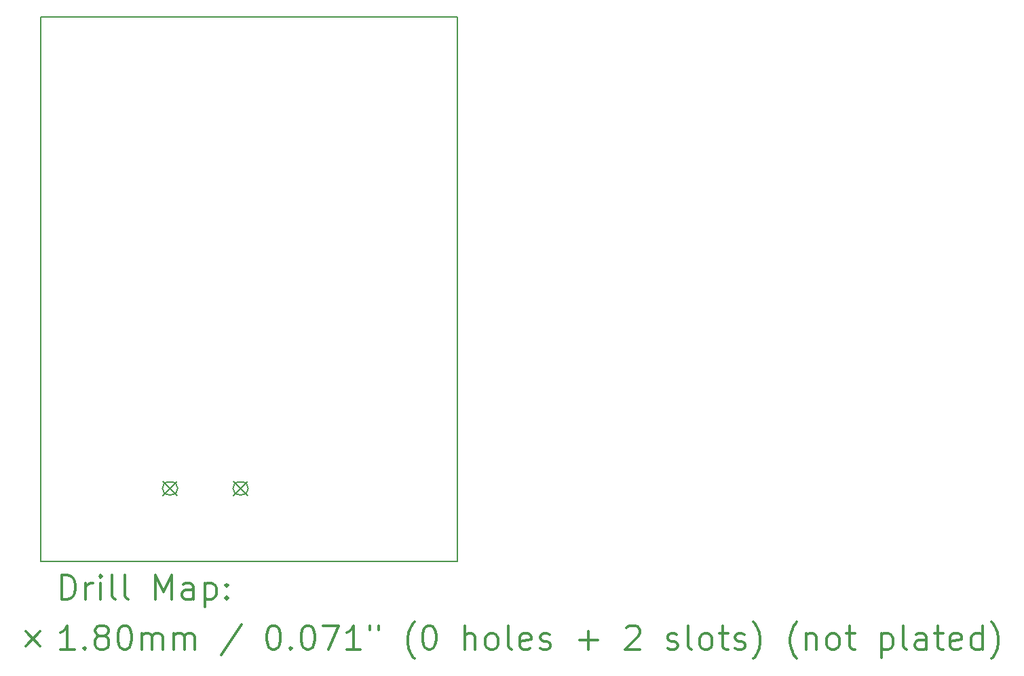
<source format=gbr>
%FSLAX45Y45*%
G04 Gerber Fmt 4.5, Leading zero omitted, Abs format (unit mm)*
G04 Created by KiCad (PCBNEW 4.0.7) date Thu Apr 12 17:40:21 2018*
%MOMM*%
%LPD*%
G01*
G04 APERTURE LIST*
%ADD10C,0.127000*%
%ADD11C,0.150000*%
%ADD12C,0.200000*%
%ADD13C,0.300000*%
G04 APERTURE END LIST*
D10*
D11*
X10000000Y-16800000D02*
X10000000Y-10000000D01*
X15200000Y-16800000D02*
X10000000Y-16800000D01*
X15200000Y-10000000D02*
X15200000Y-16800000D01*
X10000000Y-10000000D02*
X15200000Y-10000000D01*
D12*
X11525000Y-15800000D02*
X11705000Y-15980000D01*
X11705000Y-15800000D02*
X11525000Y-15980000D01*
X11600000Y-15970000D02*
X11630000Y-15970000D01*
X11600000Y-15810000D02*
X11630000Y-15810000D01*
X11630000Y-15970000D02*
G75*
G03X11630000Y-15810000I0J80000D01*
G01*
X11600000Y-15810000D02*
G75*
G03X11600000Y-15970000I0J-80000D01*
G01*
X12405000Y-15800000D02*
X12585000Y-15980000D01*
X12585000Y-15800000D02*
X12405000Y-15980000D01*
X12480000Y-15970000D02*
X12510000Y-15970000D01*
X12480000Y-15810000D02*
X12510000Y-15810000D01*
X12510000Y-15970000D02*
G75*
G03X12510000Y-15810000I0J80000D01*
G01*
X12480000Y-15810000D02*
G75*
G03X12480000Y-15970000I0J-80000D01*
G01*
D13*
X10263929Y-17273214D02*
X10263929Y-16973214D01*
X10335357Y-16973214D01*
X10378214Y-16987500D01*
X10406786Y-17016072D01*
X10421071Y-17044643D01*
X10435357Y-17101786D01*
X10435357Y-17144643D01*
X10421071Y-17201786D01*
X10406786Y-17230357D01*
X10378214Y-17258929D01*
X10335357Y-17273214D01*
X10263929Y-17273214D01*
X10563929Y-17273214D02*
X10563929Y-17073214D01*
X10563929Y-17130357D02*
X10578214Y-17101786D01*
X10592500Y-17087500D01*
X10621071Y-17073214D01*
X10649643Y-17073214D01*
X10749643Y-17273214D02*
X10749643Y-17073214D01*
X10749643Y-16973214D02*
X10735357Y-16987500D01*
X10749643Y-17001786D01*
X10763929Y-16987500D01*
X10749643Y-16973214D01*
X10749643Y-17001786D01*
X10935357Y-17273214D02*
X10906786Y-17258929D01*
X10892500Y-17230357D01*
X10892500Y-16973214D01*
X11092500Y-17273214D02*
X11063929Y-17258929D01*
X11049643Y-17230357D01*
X11049643Y-16973214D01*
X11435357Y-17273214D02*
X11435357Y-16973214D01*
X11535357Y-17187500D01*
X11635357Y-16973214D01*
X11635357Y-17273214D01*
X11906786Y-17273214D02*
X11906786Y-17116072D01*
X11892500Y-17087500D01*
X11863928Y-17073214D01*
X11806786Y-17073214D01*
X11778214Y-17087500D01*
X11906786Y-17258929D02*
X11878214Y-17273214D01*
X11806786Y-17273214D01*
X11778214Y-17258929D01*
X11763928Y-17230357D01*
X11763928Y-17201786D01*
X11778214Y-17173214D01*
X11806786Y-17158929D01*
X11878214Y-17158929D01*
X11906786Y-17144643D01*
X12049643Y-17073214D02*
X12049643Y-17373214D01*
X12049643Y-17087500D02*
X12078214Y-17073214D01*
X12135357Y-17073214D01*
X12163928Y-17087500D01*
X12178214Y-17101786D01*
X12192500Y-17130357D01*
X12192500Y-17216072D01*
X12178214Y-17244643D01*
X12163928Y-17258929D01*
X12135357Y-17273214D01*
X12078214Y-17273214D01*
X12049643Y-17258929D01*
X12321071Y-17244643D02*
X12335357Y-17258929D01*
X12321071Y-17273214D01*
X12306786Y-17258929D01*
X12321071Y-17244643D01*
X12321071Y-17273214D01*
X12321071Y-17087500D02*
X12335357Y-17101786D01*
X12321071Y-17116072D01*
X12306786Y-17101786D01*
X12321071Y-17087500D01*
X12321071Y-17116072D01*
X9812500Y-17677500D02*
X9992500Y-17857500D01*
X9992500Y-17677500D02*
X9812500Y-17857500D01*
X10421071Y-17903214D02*
X10249643Y-17903214D01*
X10335357Y-17903214D02*
X10335357Y-17603214D01*
X10306786Y-17646072D01*
X10278214Y-17674643D01*
X10249643Y-17688929D01*
X10549643Y-17874643D02*
X10563929Y-17888929D01*
X10549643Y-17903214D01*
X10535357Y-17888929D01*
X10549643Y-17874643D01*
X10549643Y-17903214D01*
X10735357Y-17731786D02*
X10706786Y-17717500D01*
X10692500Y-17703214D01*
X10678214Y-17674643D01*
X10678214Y-17660357D01*
X10692500Y-17631786D01*
X10706786Y-17617500D01*
X10735357Y-17603214D01*
X10792500Y-17603214D01*
X10821071Y-17617500D01*
X10835357Y-17631786D01*
X10849643Y-17660357D01*
X10849643Y-17674643D01*
X10835357Y-17703214D01*
X10821071Y-17717500D01*
X10792500Y-17731786D01*
X10735357Y-17731786D01*
X10706786Y-17746072D01*
X10692500Y-17760357D01*
X10678214Y-17788929D01*
X10678214Y-17846072D01*
X10692500Y-17874643D01*
X10706786Y-17888929D01*
X10735357Y-17903214D01*
X10792500Y-17903214D01*
X10821071Y-17888929D01*
X10835357Y-17874643D01*
X10849643Y-17846072D01*
X10849643Y-17788929D01*
X10835357Y-17760357D01*
X10821071Y-17746072D01*
X10792500Y-17731786D01*
X11035357Y-17603214D02*
X11063929Y-17603214D01*
X11092500Y-17617500D01*
X11106786Y-17631786D01*
X11121071Y-17660357D01*
X11135357Y-17717500D01*
X11135357Y-17788929D01*
X11121071Y-17846072D01*
X11106786Y-17874643D01*
X11092500Y-17888929D01*
X11063929Y-17903214D01*
X11035357Y-17903214D01*
X11006786Y-17888929D01*
X10992500Y-17874643D01*
X10978214Y-17846072D01*
X10963929Y-17788929D01*
X10963929Y-17717500D01*
X10978214Y-17660357D01*
X10992500Y-17631786D01*
X11006786Y-17617500D01*
X11035357Y-17603214D01*
X11263928Y-17903214D02*
X11263928Y-17703214D01*
X11263928Y-17731786D02*
X11278214Y-17717500D01*
X11306786Y-17703214D01*
X11349643Y-17703214D01*
X11378214Y-17717500D01*
X11392500Y-17746072D01*
X11392500Y-17903214D01*
X11392500Y-17746072D02*
X11406786Y-17717500D01*
X11435357Y-17703214D01*
X11478214Y-17703214D01*
X11506786Y-17717500D01*
X11521071Y-17746072D01*
X11521071Y-17903214D01*
X11663928Y-17903214D02*
X11663928Y-17703214D01*
X11663928Y-17731786D02*
X11678214Y-17717500D01*
X11706786Y-17703214D01*
X11749643Y-17703214D01*
X11778214Y-17717500D01*
X11792500Y-17746072D01*
X11792500Y-17903214D01*
X11792500Y-17746072D02*
X11806786Y-17717500D01*
X11835357Y-17703214D01*
X11878214Y-17703214D01*
X11906786Y-17717500D01*
X11921071Y-17746072D01*
X11921071Y-17903214D01*
X12506786Y-17588929D02*
X12249643Y-17974643D01*
X12892500Y-17603214D02*
X12921071Y-17603214D01*
X12949643Y-17617500D01*
X12963928Y-17631786D01*
X12978214Y-17660357D01*
X12992500Y-17717500D01*
X12992500Y-17788929D01*
X12978214Y-17846072D01*
X12963928Y-17874643D01*
X12949643Y-17888929D01*
X12921071Y-17903214D01*
X12892500Y-17903214D01*
X12863928Y-17888929D01*
X12849643Y-17874643D01*
X12835357Y-17846072D01*
X12821071Y-17788929D01*
X12821071Y-17717500D01*
X12835357Y-17660357D01*
X12849643Y-17631786D01*
X12863928Y-17617500D01*
X12892500Y-17603214D01*
X13121071Y-17874643D02*
X13135357Y-17888929D01*
X13121071Y-17903214D01*
X13106786Y-17888929D01*
X13121071Y-17874643D01*
X13121071Y-17903214D01*
X13321071Y-17603214D02*
X13349643Y-17603214D01*
X13378214Y-17617500D01*
X13392500Y-17631786D01*
X13406785Y-17660357D01*
X13421071Y-17717500D01*
X13421071Y-17788929D01*
X13406785Y-17846072D01*
X13392500Y-17874643D01*
X13378214Y-17888929D01*
X13349643Y-17903214D01*
X13321071Y-17903214D01*
X13292500Y-17888929D01*
X13278214Y-17874643D01*
X13263928Y-17846072D01*
X13249643Y-17788929D01*
X13249643Y-17717500D01*
X13263928Y-17660357D01*
X13278214Y-17631786D01*
X13292500Y-17617500D01*
X13321071Y-17603214D01*
X13521071Y-17603214D02*
X13721071Y-17603214D01*
X13592500Y-17903214D01*
X13992500Y-17903214D02*
X13821071Y-17903214D01*
X13906785Y-17903214D02*
X13906785Y-17603214D01*
X13878214Y-17646072D01*
X13849643Y-17674643D01*
X13821071Y-17688929D01*
X14106786Y-17603214D02*
X14106786Y-17660357D01*
X14221071Y-17603214D02*
X14221071Y-17660357D01*
X14663928Y-18017500D02*
X14649643Y-18003214D01*
X14621071Y-17960357D01*
X14606785Y-17931786D01*
X14592500Y-17888929D01*
X14578214Y-17817500D01*
X14578214Y-17760357D01*
X14592500Y-17688929D01*
X14606785Y-17646072D01*
X14621071Y-17617500D01*
X14649643Y-17574643D01*
X14663928Y-17560357D01*
X14835357Y-17603214D02*
X14863928Y-17603214D01*
X14892500Y-17617500D01*
X14906785Y-17631786D01*
X14921071Y-17660357D01*
X14935357Y-17717500D01*
X14935357Y-17788929D01*
X14921071Y-17846072D01*
X14906785Y-17874643D01*
X14892500Y-17888929D01*
X14863928Y-17903214D01*
X14835357Y-17903214D01*
X14806785Y-17888929D01*
X14792500Y-17874643D01*
X14778214Y-17846072D01*
X14763928Y-17788929D01*
X14763928Y-17717500D01*
X14778214Y-17660357D01*
X14792500Y-17631786D01*
X14806785Y-17617500D01*
X14835357Y-17603214D01*
X15292500Y-17903214D02*
X15292500Y-17603214D01*
X15421071Y-17903214D02*
X15421071Y-17746072D01*
X15406785Y-17717500D01*
X15378214Y-17703214D01*
X15335357Y-17703214D01*
X15306785Y-17717500D01*
X15292500Y-17731786D01*
X15606785Y-17903214D02*
X15578214Y-17888929D01*
X15563928Y-17874643D01*
X15549643Y-17846072D01*
X15549643Y-17760357D01*
X15563928Y-17731786D01*
X15578214Y-17717500D01*
X15606785Y-17703214D01*
X15649643Y-17703214D01*
X15678214Y-17717500D01*
X15692500Y-17731786D01*
X15706785Y-17760357D01*
X15706785Y-17846072D01*
X15692500Y-17874643D01*
X15678214Y-17888929D01*
X15649643Y-17903214D01*
X15606785Y-17903214D01*
X15878214Y-17903214D02*
X15849643Y-17888929D01*
X15835357Y-17860357D01*
X15835357Y-17603214D01*
X16106786Y-17888929D02*
X16078214Y-17903214D01*
X16021071Y-17903214D01*
X15992500Y-17888929D01*
X15978214Y-17860357D01*
X15978214Y-17746072D01*
X15992500Y-17717500D01*
X16021071Y-17703214D01*
X16078214Y-17703214D01*
X16106786Y-17717500D01*
X16121071Y-17746072D01*
X16121071Y-17774643D01*
X15978214Y-17803214D01*
X16235357Y-17888929D02*
X16263928Y-17903214D01*
X16321071Y-17903214D01*
X16349643Y-17888929D01*
X16363928Y-17860357D01*
X16363928Y-17846072D01*
X16349643Y-17817500D01*
X16321071Y-17803214D01*
X16278214Y-17803214D01*
X16249643Y-17788929D01*
X16235357Y-17760357D01*
X16235357Y-17746072D01*
X16249643Y-17717500D01*
X16278214Y-17703214D01*
X16321071Y-17703214D01*
X16349643Y-17717500D01*
X16721071Y-17788929D02*
X16949643Y-17788929D01*
X16835357Y-17903214D02*
X16835357Y-17674643D01*
X17306786Y-17631786D02*
X17321071Y-17617500D01*
X17349643Y-17603214D01*
X17421071Y-17603214D01*
X17449643Y-17617500D01*
X17463928Y-17631786D01*
X17478214Y-17660357D01*
X17478214Y-17688929D01*
X17463928Y-17731786D01*
X17292500Y-17903214D01*
X17478214Y-17903214D01*
X17821071Y-17888929D02*
X17849643Y-17903214D01*
X17906786Y-17903214D01*
X17935357Y-17888929D01*
X17949643Y-17860357D01*
X17949643Y-17846072D01*
X17935357Y-17817500D01*
X17906786Y-17803214D01*
X17863928Y-17803214D01*
X17835357Y-17788929D01*
X17821071Y-17760357D01*
X17821071Y-17746072D01*
X17835357Y-17717500D01*
X17863928Y-17703214D01*
X17906786Y-17703214D01*
X17935357Y-17717500D01*
X18121071Y-17903214D02*
X18092500Y-17888929D01*
X18078214Y-17860357D01*
X18078214Y-17603214D01*
X18278214Y-17903214D02*
X18249643Y-17888929D01*
X18235357Y-17874643D01*
X18221071Y-17846072D01*
X18221071Y-17760357D01*
X18235357Y-17731786D01*
X18249643Y-17717500D01*
X18278214Y-17703214D01*
X18321071Y-17703214D01*
X18349643Y-17717500D01*
X18363928Y-17731786D01*
X18378214Y-17760357D01*
X18378214Y-17846072D01*
X18363928Y-17874643D01*
X18349643Y-17888929D01*
X18321071Y-17903214D01*
X18278214Y-17903214D01*
X18463928Y-17703214D02*
X18578214Y-17703214D01*
X18506786Y-17603214D02*
X18506786Y-17860357D01*
X18521071Y-17888929D01*
X18549643Y-17903214D01*
X18578214Y-17903214D01*
X18663929Y-17888929D02*
X18692500Y-17903214D01*
X18749643Y-17903214D01*
X18778214Y-17888929D01*
X18792500Y-17860357D01*
X18792500Y-17846072D01*
X18778214Y-17817500D01*
X18749643Y-17803214D01*
X18706786Y-17803214D01*
X18678214Y-17788929D01*
X18663929Y-17760357D01*
X18663929Y-17746072D01*
X18678214Y-17717500D01*
X18706786Y-17703214D01*
X18749643Y-17703214D01*
X18778214Y-17717500D01*
X18892500Y-18017500D02*
X18906786Y-18003214D01*
X18935357Y-17960357D01*
X18949643Y-17931786D01*
X18963928Y-17888929D01*
X18978214Y-17817500D01*
X18978214Y-17760357D01*
X18963928Y-17688929D01*
X18949643Y-17646072D01*
X18935357Y-17617500D01*
X18906786Y-17574643D01*
X18892500Y-17560357D01*
X19435357Y-18017500D02*
X19421071Y-18003214D01*
X19392500Y-17960357D01*
X19378214Y-17931786D01*
X19363928Y-17888929D01*
X19349643Y-17817500D01*
X19349643Y-17760357D01*
X19363928Y-17688929D01*
X19378214Y-17646072D01*
X19392500Y-17617500D01*
X19421071Y-17574643D01*
X19435357Y-17560357D01*
X19549643Y-17703214D02*
X19549643Y-17903214D01*
X19549643Y-17731786D02*
X19563928Y-17717500D01*
X19592500Y-17703214D01*
X19635357Y-17703214D01*
X19663928Y-17717500D01*
X19678214Y-17746072D01*
X19678214Y-17903214D01*
X19863928Y-17903214D02*
X19835357Y-17888929D01*
X19821071Y-17874643D01*
X19806786Y-17846072D01*
X19806786Y-17760357D01*
X19821071Y-17731786D01*
X19835357Y-17717500D01*
X19863928Y-17703214D01*
X19906786Y-17703214D01*
X19935357Y-17717500D01*
X19949643Y-17731786D01*
X19963928Y-17760357D01*
X19963928Y-17846072D01*
X19949643Y-17874643D01*
X19935357Y-17888929D01*
X19906786Y-17903214D01*
X19863928Y-17903214D01*
X20049643Y-17703214D02*
X20163928Y-17703214D01*
X20092500Y-17603214D02*
X20092500Y-17860357D01*
X20106786Y-17888929D01*
X20135357Y-17903214D01*
X20163928Y-17903214D01*
X20492500Y-17703214D02*
X20492500Y-18003214D01*
X20492500Y-17717500D02*
X20521071Y-17703214D01*
X20578214Y-17703214D01*
X20606786Y-17717500D01*
X20621071Y-17731786D01*
X20635357Y-17760357D01*
X20635357Y-17846072D01*
X20621071Y-17874643D01*
X20606786Y-17888929D01*
X20578214Y-17903214D01*
X20521071Y-17903214D01*
X20492500Y-17888929D01*
X20806786Y-17903214D02*
X20778214Y-17888929D01*
X20763929Y-17860357D01*
X20763929Y-17603214D01*
X21049643Y-17903214D02*
X21049643Y-17746072D01*
X21035357Y-17717500D01*
X21006786Y-17703214D01*
X20949643Y-17703214D01*
X20921071Y-17717500D01*
X21049643Y-17888929D02*
X21021071Y-17903214D01*
X20949643Y-17903214D01*
X20921071Y-17888929D01*
X20906786Y-17860357D01*
X20906786Y-17831786D01*
X20921071Y-17803214D01*
X20949643Y-17788929D01*
X21021071Y-17788929D01*
X21049643Y-17774643D01*
X21149643Y-17703214D02*
X21263929Y-17703214D01*
X21192500Y-17603214D02*
X21192500Y-17860357D01*
X21206786Y-17888929D01*
X21235357Y-17903214D01*
X21263929Y-17903214D01*
X21478214Y-17888929D02*
X21449643Y-17903214D01*
X21392500Y-17903214D01*
X21363929Y-17888929D01*
X21349643Y-17860357D01*
X21349643Y-17746072D01*
X21363929Y-17717500D01*
X21392500Y-17703214D01*
X21449643Y-17703214D01*
X21478214Y-17717500D01*
X21492500Y-17746072D01*
X21492500Y-17774643D01*
X21349643Y-17803214D01*
X21749643Y-17903214D02*
X21749643Y-17603214D01*
X21749643Y-17888929D02*
X21721072Y-17903214D01*
X21663929Y-17903214D01*
X21635357Y-17888929D01*
X21621072Y-17874643D01*
X21606786Y-17846072D01*
X21606786Y-17760357D01*
X21621072Y-17731786D01*
X21635357Y-17717500D01*
X21663929Y-17703214D01*
X21721072Y-17703214D01*
X21749643Y-17717500D01*
X21863929Y-18017500D02*
X21878214Y-18003214D01*
X21906786Y-17960357D01*
X21921072Y-17931786D01*
X21935357Y-17888929D01*
X21949643Y-17817500D01*
X21949643Y-17760357D01*
X21935357Y-17688929D01*
X21921072Y-17646072D01*
X21906786Y-17617500D01*
X21878214Y-17574643D01*
X21863929Y-17560357D01*
M02*

</source>
